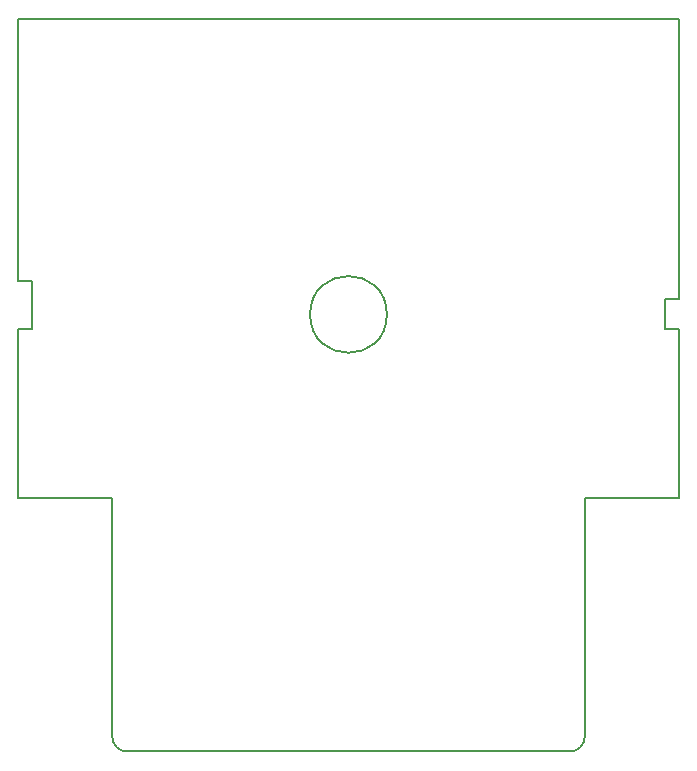
<source format=gbr>
%TF.GenerationSoftware,KiCad,Pcbnew,9.0.0*%
%TF.CreationDate,2025-05-03T18:19:40+02:00*%
%TF.ProjectId,SV3x8-SimpleCart,53563378-382d-4536-996d-706c65436172,1*%
%TF.SameCoordinates,Original*%
%TF.FileFunction,Profile,NP*%
%FSLAX46Y46*%
G04 Gerber Fmt 4.6, Leading zero omitted, Abs format (unit mm)*
G04 Created by KiCad (PCBNEW 9.0.0) date 2025-05-03 18:19:40*
%MOMM*%
%LPD*%
G01*
G04 APERTURE LIST*
%TA.AperFunction,Profile*%
%ADD10C,0.200000*%
%TD*%
G04 APERTURE END LIST*
D10*
X106620000Y-100000000D02*
X106620000Y-114300000D01*
X162620000Y-73800000D02*
X106620000Y-73800000D01*
X114620000Y-114300000D02*
X114620000Y-134549999D01*
X161420000Y-100000000D02*
X162620000Y-100000000D01*
X106620000Y-114300000D02*
X114620000Y-114300000D01*
X115870002Y-135800000D02*
X153369999Y-135800000D01*
X162620000Y-100000000D02*
X162620000Y-114300000D01*
X161420000Y-97500000D02*
X161420000Y-100000000D01*
X154620000Y-114300000D02*
X162620000Y-114300000D01*
X106620000Y-96000000D02*
X107820000Y-96000000D01*
X154620000Y-134549998D02*
X154620000Y-114300000D01*
X162620000Y-73800000D02*
X162620000Y-97500000D01*
X137870000Y-98800000D02*
G75*
G02*
X131370000Y-98800000I-3250000J0D01*
G01*
X131370000Y-98800000D02*
G75*
G02*
X137870000Y-98800000I3250000J0D01*
G01*
X106620000Y-73800000D02*
X106620000Y-96000000D01*
X154620000Y-134549998D02*
G75*
G02*
X153369999Y-135800000I-1250000J-2D01*
G01*
X107820000Y-96000000D02*
X107820000Y-100000000D01*
X162620000Y-97500000D02*
X161420000Y-97500000D01*
X115870002Y-135800000D02*
G75*
G02*
X114620000Y-134549999I-2J1250000D01*
G01*
X107820000Y-100000000D02*
X106620000Y-100000000D01*
M02*

</source>
